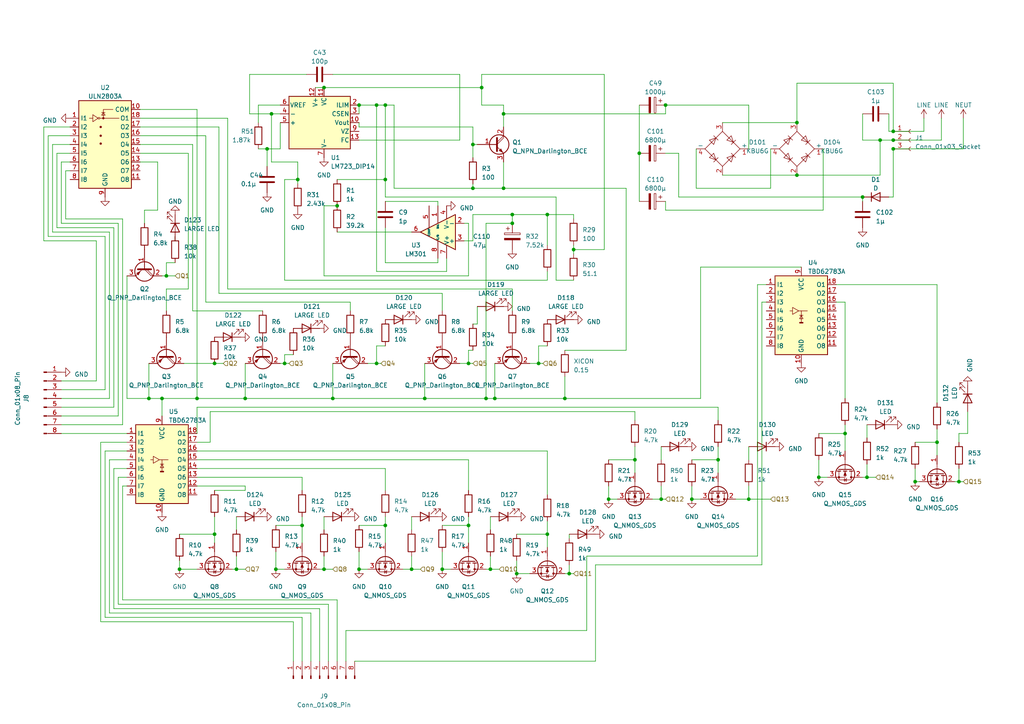
<source format=kicad_sch>
(kicad_sch (version 20230121) (generator eeschema)
  (paper "A4")
  (junction (at 135.89 105.41))
  (junction (at 259.08 38.1))
  (junction (at 149.86 166.37))
  (junction (at 158.75 62.23))
  (junction (at 259.08 43.18))
  (junction (at 148.59 64.77))
  (junction (at 111.76 152.4))
  (junction (at 146.05 33.02))
  (junction (at 166.37 72.39))
  (junction (at 163.83 115.57))
  (junction (at 217.17 144.78))
  (junction (at 46.99 115.57))
  (junction (at 62.23 105.41))
  (junction (at 62.23 154.94))
  (junction (at 146.05 54.61))
  (junction (at 87.63 152.4))
  (junction (at 140.97 115.57))
  (junction (at 191.77 144.78))
  (junction (at 231.14 35.56))
  (junction (at 231.14 50.8))
  (junction (at 71.12 115.57))
  (junction (at 97.79 59.69))
  (junction (at 109.22 105.41))
  (junction (at 142.24 165.1))
  (junction (at 137.16 54.61))
  (junction (at 109.22 30.48))
  (junction (at 43.18 115.57))
  (junction (at 156.21 105.41))
  (junction (at 135.89 152.4))
  (junction (at 137.16 41.91))
  (junction (at 265.43 139.7))
  (junction (at 158.75 154.94))
  (junction (at 57.15 115.57))
  (junction (at 139.7 25.4))
  (junction (at 93.98 25.4))
  (junction (at 259.08 40.64))
  (junction (at 245.11 125.73))
  (junction (at 111.76 52.07))
  (junction (at 68.58 165.1))
  (junction (at 250.19 57.15))
  (junction (at 104.14 165.1))
  (junction (at 104.14 30.48))
  (junction (at 184.15 133.35))
  (junction (at 185.42 44.45))
  (junction (at 193.04 30.48))
  (junction (at 200.66 144.78))
  (junction (at 237.49 138.43))
  (junction (at 148.59 62.23))
  (junction (at 80.01 165.1))
  (junction (at 128.27 165.1))
  (junction (at 93.98 165.1))
  (junction (at 82.55 105.41))
  (junction (at 96.52 115.57))
  (junction (at 278.13 139.7))
  (junction (at 52.07 165.1))
  (junction (at 77.47 43.18))
  (junction (at 165.1 166.37))
  (junction (at 111.76 30.48))
  (junction (at 255.27 40.64))
  (junction (at 86.36 52.07))
  (junction (at 251.46 138.43))
  (junction (at 78.74 33.02))
  (junction (at 143.51 115.57))
  (junction (at 48.26 80.01))
  (junction (at 123.19 115.57))
  (junction (at 176.53 144.78))
  (junction (at 271.78 128.27))
  (junction (at 119.38 165.1))
  (junction (at 208.28 133.35))
  (wire (pts (xy 55.88 41.91) (xy 55.88 90.17)))
  (wire (pts (xy 85.09 102.87) (xy 82.55 102.87)))
  (wire (pts (xy 36.83 135.89) (xy 33.02 135.89)))
  (wire (pts (xy 166.37 62.23) (xy 166.37 63.5)))
  (wire (pts (xy 161.29 81.28) (xy 161.29 57.15)))
  (wire (pts (xy 251.46 138.43) (xy 254 138.43)))
  (wire (pts (xy 68.58 149.86) (xy 68.58 153.67)))
  (wire (pts (xy 267.97 38.1) (xy 259.08 38.1)))
  (wire (pts (xy 242.57 87.63) (xy 245.11 87.63)))
  (wire (pts (xy 158.75 62.23) (xy 166.37 62.23)))
  (wire (pts (xy 35.56 173.99) (xy 97.79 173.99)))
  (wire (pts (xy 278.13 125.73) (xy 278.13 128.27)))
  (wire (pts (xy 217.17 129.54) (xy 217.17 133.35)))
  (wire (pts (xy 176.53 133.35) (xy 184.15 133.35)))
  (wire (pts (xy 82.55 52.07) (xy 82.55 81.28)))
  (wire (pts (xy 36.83 128.27) (xy 29.21 128.27)))
  (wire (pts (xy 109.22 105.41) (xy 106.68 105.41)))
  (wire (pts (xy 15.24 41.91) (xy 15.24 67.31)))
  (wire (pts (xy 29.21 180.34) (xy 85.09 180.34)))
  (wire (pts (xy 238.76 43.18) (xy 238.76 60.96)))
  (wire (pts (xy 27.94 69.85) (xy 27.94 110.49)))
  (wire (pts (xy 175.26 72.39) (xy 166.37 72.39)))
  (wire (pts (xy 36.83 138.43) (xy 34.29 138.43)))
  (wire (pts (xy 242.57 82.55) (xy 271.78 82.55)))
  (wire (pts (xy 208.28 133.35) (xy 208.28 137.16)))
  (wire (pts (xy 208.28 129.54) (xy 208.28 133.35)))
  (wire (pts (xy 193.04 30.48) (xy 193.04 33.02)))
  (wire (pts (xy 231.14 50.8) (xy 255.27 50.8)))
  (wire (pts (xy 278.13 139.7) (xy 276.86 139.7)))
  (wire (pts (xy 265.43 139.7) (xy 266.7 139.7)))
  (wire (pts (xy 82.55 102.87) (xy 82.55 105.41)))
  (wire (pts (xy 148.59 64.77) (xy 140.97 64.77)))
  (wire (pts (xy 172.72 163.83) (xy 172.72 191.77)))
  (wire (pts (xy 111.76 152.4) (xy 111.76 157.48)))
  (wire (pts (xy 137.16 41.91) (xy 137.16 45.72)))
  (wire (pts (xy 20.32 36.83) (xy 12.7 36.83)))
  (wire (pts (xy 142.24 149.86) (xy 142.24 153.67)))
  (wire (pts (xy 93.98 165.1) (xy 92.71 165.1)))
  (wire (pts (xy 104.14 160.02) (xy 104.14 165.1)))
  (wire (pts (xy 52.07 165.1) (xy 52.07 162.56)))
  (wire (pts (xy 46.99 115.57) (xy 43.18 115.57)))
  (wire (pts (xy 66.04 34.29) (xy 66.04 83.82)))
  (wire (pts (xy 86.36 46.99) (xy 86.36 52.07)))
  (wire (pts (xy 12.7 69.85) (xy 27.94 69.85)))
  (wire (pts (xy 57.15 115.57) (xy 46.99 115.57)))
  (wire (pts (xy 40.64 31.75) (xy 57.15 31.75)))
  (wire (pts (xy 146.05 30.48) (xy 146.05 33.02)))
  (wire (pts (xy 59.69 87.63) (xy 101.6 87.63)))
  (wire (pts (xy 111.76 58.42) (xy 127 58.42)))
  (wire (pts (xy 172.72 191.77) (xy 102.87 191.77)))
  (wire (pts (xy 279.4 34.29) (xy 279.4 43.18)))
  (wire (pts (xy 203.2 115.57) (xy 163.83 115.57)))
  (wire (pts (xy 129.54 74.93) (xy 129.54 78.74)))
  (wire (pts (xy 71.12 105.41) (xy 71.12 115.57)))
  (wire (pts (xy 97.79 52.07) (xy 111.76 52.07)))
  (wire (pts (xy 60.96 119.38) (xy 184.15 119.38)))
  (wire (pts (xy 165.1 166.37) (xy 163.83 166.37)))
  (wire (pts (xy 30.48 113.03) (xy 17.78 113.03)))
  (wire (pts (xy 175.26 21.59) (xy 175.26 72.39)))
  (wire (pts (xy 96.52 115.57) (xy 123.19 115.57)))
  (wire (pts (xy 119.38 161.29) (xy 119.38 165.1)))
  (wire (pts (xy 48.26 80.01) (xy 46.99 80.01)))
  (wire (pts (xy 35.56 140.97) (xy 36.83 140.97)))
  (wire (pts (xy 157.48 105.41) (xy 156.21 105.41)))
  (wire (pts (xy 109.22 78.74) (xy 129.54 78.74)))
  (wire (pts (xy 137.16 105.41) (xy 135.89 105.41)))
  (wire (pts (xy 35.56 140.97) (xy 35.56 173.99)))
  (wire (pts (xy 170.18 161.29) (xy 219.71 161.29)))
  (wire (pts (xy 119.38 165.1) (xy 116.84 165.1)))
  (wire (pts (xy 176.53 140.97) (xy 176.53 144.78)))
  (wire (pts (xy 17.78 46.99) (xy 17.78 64.77)))
  (wire (pts (xy 96.52 165.1) (xy 93.98 165.1)))
  (wire (pts (xy 158.75 62.23) (xy 158.75 71.12)))
  (wire (pts (xy 81.28 30.48) (xy 74.93 30.48)))
  (wire (pts (xy 57.15 133.35) (xy 135.89 133.35)))
  (wire (pts (xy 104.14 36.83) (xy 104.14 35.56)))
  (wire (pts (xy 27.94 110.49) (xy 17.78 110.49)))
  (wire (pts (xy 111.76 30.48) (xy 114.3 30.48)))
  (wire (pts (xy 201.93 43.18) (xy 201.93 54.61)))
  (wire (pts (xy 50.8 80.01) (xy 48.26 80.01)))
  (wire (pts (xy 148.59 62.23) (xy 148.59 64.77)))
  (wire (pts (xy 191.77 129.54) (xy 191.77 133.35)))
  (wire (pts (xy 50.8 76.2) (xy 48.26 76.2)))
  (wire (pts (xy 217.17 144.78) (xy 213.36 144.78)))
  (wire (pts (xy 48.26 76.2) (xy 48.26 80.01)))
  (wire (pts (xy 33.02 66.04) (xy 33.02 118.11)))
  (wire (pts (xy 59.69 39.37) (xy 59.69 87.63)))
  (wire (pts (xy 219.71 82.55) (xy 222.25 82.55)))
  (wire (pts (xy 20.32 39.37) (xy 13.97 39.37)))
  (wire (pts (xy 278.13 125.73) (xy 280.67 125.73)))
  (wire (pts (xy 137.16 69.85) (xy 134.62 69.85)))
  (wire (pts (xy 166.37 71.12) (xy 166.37 72.39)))
  (wire (pts (xy 200.66 140.97) (xy 200.66 144.78)))
  (wire (pts (xy 40.64 44.45) (xy 54.61 44.45)))
  (wire (pts (xy 135.89 133.35) (xy 135.89 142.24)))
  (wire (pts (xy 114.3 30.48) (xy 114.3 54.61)))
  (wire (pts (xy 184.15 129.54) (xy 184.15 133.35)))
  (wire (pts (xy 30.48 68.58) (xy 30.48 113.03)))
  (wire (pts (xy 16.51 66.04) (xy 33.02 66.04)))
  (wire (pts (xy 40.64 41.91) (xy 55.88 41.91)))
  (wire (pts (xy 222.25 87.63) (xy 220.98 87.63)))
  (wire (pts (xy 31.75 115.57) (xy 17.78 115.57)))
  (wire (pts (xy 231.14 24.13) (xy 231.14 35.56)))
  (wire (pts (xy 45.72 46.99) (xy 45.72 60.96)))
  (wire (pts (xy 156.21 105.41) (xy 153.67 105.41)))
  (wire (pts (xy 12.7 36.83) (xy 12.7 69.85)))
  (wire (pts (xy 55.88 90.17) (xy 76.2 90.17)))
  (wire (pts (xy 139.7 25.4) (xy 139.7 30.48)))
  (wire (pts (xy 271.78 82.55) (xy 271.78 116.84)))
  (wire (pts (xy 96.52 115.57) (xy 71.12 115.57)))
  (wire (pts (xy 86.36 52.07) (xy 86.36 53.34)))
  (wire (pts (xy 165.1 163.83) (xy 165.1 166.37)))
  (wire (pts (xy 181.61 54.61) (xy 146.05 54.61)))
  (wire (pts (xy 245.11 125.73) (xy 245.11 130.81)))
  (wire (pts (xy 139.7 30.48) (xy 146.05 30.48)))
  (wire (pts (xy 17.78 120.65) (xy 34.29 120.65)))
  (wire (pts (xy 127 76.2) (xy 127 74.93)))
  (wire (pts (xy 217.17 43.18) (xy 217.17 30.48)))
  (wire (pts (xy 223.52 144.78) (xy 217.17 144.78)))
  (wire (pts (xy 184.15 133.35) (xy 184.15 137.16)))
  (wire (pts (xy 250.19 138.43) (xy 251.46 138.43)))
  (wire (pts (xy 209.55 50.8) (xy 231.14 50.8)))
  (wire (pts (xy 153.67 166.37) (xy 149.86 166.37)))
  (wire (pts (xy 19.05 49.53) (xy 19.05 63.5)))
  (wire (pts (xy 271.78 124.46) (xy 271.78 128.27)))
  (wire (pts (xy 114.3 54.61) (xy 137.16 54.61)))
  (wire (pts (xy 60.96 128.27) (xy 57.15 128.27)))
  (wire (pts (xy 138.43 41.91) (xy 137.16 41.91)))
  (wire (pts (xy 220.98 163.83) (xy 172.72 163.83)))
  (wire (pts (xy 78.74 46.99) (xy 86.36 46.99)))
  (wire (pts (xy 96.52 21.59) (xy 133.35 21.59)))
  (wire (pts (xy 100.33 191.77) (xy 100.33 182.88)))
  (wire (pts (xy 144.78 165.1) (xy 142.24 165.1)))
  (wire (pts (xy 78.74 33.02) (xy 78.74 46.99)))
  (wire (pts (xy 123.19 105.41) (xy 123.19 115.57)))
  (wire (pts (xy 161.29 81.28) (xy 166.37 81.28)))
  (wire (pts (xy 63.5 36.83) (xy 40.64 36.83)))
  (wire (pts (xy 237.49 125.73) (xy 245.11 125.73)))
  (wire (pts (xy 158.75 154.94) (xy 158.75 158.75)))
  (wire (pts (xy 135.89 64.77) (xy 135.89 80.01)))
  (wire (pts (xy 82.55 52.07) (xy 86.36 52.07)))
  (wire (pts (xy 57.15 118.11) (xy 208.28 118.11)))
  (wire (pts (xy 33.02 176.53) (xy 92.71 176.53)))
  (wire (pts (xy 100.33 182.88) (xy 170.18 182.88)))
  (wire (pts (xy 71.12 165.1) (xy 68.58 165.1)))
  (wire (pts (xy 111.76 76.2) (xy 127 76.2)))
  (wire (pts (xy 158.75 130.81) (xy 158.75 143.51)))
  (wire (pts (xy 101.6 87.63) (xy 101.6 90.17)))
  (wire (pts (xy 111.76 135.89) (xy 111.76 142.24)))
  (wire (pts (xy 255.27 50.8) (xy 255.27 40.64)))
  (wire (pts (xy 20.32 41.91) (xy 15.24 41.91)))
  (wire (pts (xy 19.05 49.53) (xy 20.32 49.53)))
  (wire (pts (xy 34.29 138.43) (xy 34.29 175.26)))
  (wire (pts (xy 109.22 30.48) (xy 111.76 30.48)))
  (wire (pts (xy 111.76 30.48) (xy 111.76 52.07)))
  (wire (pts (xy 52.07 154.94) (xy 62.23 154.94)))
  (wire (pts (xy 66.04 83.82) (xy 148.59 83.82)))
  (wire (pts (xy 68.58 165.1) (xy 67.31 165.1)))
  (wire (pts (xy 140.97 64.77) (xy 140.97 115.57)))
  (wire (pts (xy 54.61 44.45) (xy 54.61 83.82)))
  (wire (pts (xy 81.28 43.18) (xy 77.47 43.18)))
  (wire (pts (xy 250.19 57.15) (xy 250.19 58.42)))
  (wire (pts (xy 148.59 83.82) (xy 148.59 90.17)))
  (wire (pts (xy 80.01 165.1) (xy 82.55 165.1)))
  (wire (pts (xy 181.61 54.61) (xy 181.61 101.6)))
  (wire (pts (xy 104.14 165.1) (xy 106.68 165.1)))
  (wire (pts (xy 57.15 118.11) (xy 57.15 125.73)))
  (wire (pts (xy 149.86 166.37) (xy 149.86 162.56)))
  (wire (pts (xy 71.12 142.24) (xy 62.23 142.24)))
  (wire (pts (xy 80.01 160.02) (xy 80.01 165.1)))
  (wire (pts (xy 71.12 115.57) (xy 57.15 115.57)))
  (wire (pts (xy 92.71 176.53) (xy 92.71 191.77)))
  (wire (pts (xy 111.76 57.15) (xy 111.76 52.07)))
  (wire (pts (xy 36.83 80.01) (xy 36.83 115.57)))
  (wire (pts (xy 193.04 30.48) (xy 217.17 30.48)))
  (wire (pts (xy 31.75 177.8) (xy 90.17 177.8)))
  (wire (pts (xy 166.37 166.37) (xy 165.1 166.37)))
  (wire (pts (xy 16.51 44.45) (xy 16.51 66.04)))
  (wire (pts (xy 200.66 144.78) (xy 203.2 144.78)))
  (wire (pts (xy 259.08 57.15) (xy 257.81 57.15)))
  (wire (pts (xy 251.46 123.19) (xy 251.46 127)))
  (wire (pts (xy 135.89 105.41) (xy 133.35 105.41)))
  (wire (pts (xy 57.15 31.75) (xy 57.15 115.57)))
  (wire (pts (xy 146.05 46.99) (xy 146.05 54.61)))
  (wire (pts (xy 123.19 115.57) (xy 140.97 115.57)))
  (wire (pts (xy 77.47 43.18) (xy 77.47 48.26)))
  (wire (pts (xy 72.39 21.59) (xy 88.9 21.59)))
  (wire (pts (xy 57.15 140.97) (xy 71.12 140.97)))
  (wire (pts (xy 93.98 25.4) (xy 139.7 25.4)))
  (wire (pts (xy 191.77 140.97) (xy 191.77 144.78)))
  (wire (pts (xy 81.28 35.56) (xy 81.28 43.18)))
  (wire (pts (xy 80.01 152.4) (xy 87.63 152.4)))
  (wire (pts (xy 142.24 165.1) (xy 140.97 165.1)))
  (wire (pts (xy 91.44 25.4) (xy 93.98 25.4)))
  (wire (pts (xy 176.53 144.78) (xy 179.07 144.78)))
  (wire (pts (xy 196.85 57.15) (xy 196.85 44.45)))
  (wire (pts (xy 185.42 30.48) (xy 185.42 44.45)))
  (wire (pts (xy 279.4 43.18) (xy 259.08 43.18)))
  (wire (pts (xy 104.14 30.48) (xy 109.22 30.48)))
  (wire (pts (xy 251.46 134.62) (xy 251.46 138.43)))
  (wire (pts (xy 31.75 133.35) (xy 31.75 177.8)))
  (wire (pts (xy 158.75 100.33) (xy 156.21 100.33)))
  (wire (pts (xy 158.75 151.13) (xy 158.75 154.94)))
  (wire (pts (xy 104.14 30.48) (xy 104.14 33.02)))
  (wire (pts (xy 36.83 115.57) (xy 43.18 115.57)))
  (wire (pts (xy 156.21 100.33) (xy 156.21 105.41)))
  (wire (pts (xy 15.24 67.31) (xy 31.75 67.31)))
  (wire (pts (xy 137.16 36.83) (xy 104.14 36.83)))
  (wire (pts (xy 90.17 177.8) (xy 90.17 191.77)))
  (wire (pts (xy 93.98 161.29) (xy 93.98 165.1)))
  (wire (pts (xy 193.04 60.96) (xy 238.76 60.96)))
  (wire (pts (xy 111.76 100.33) (xy 109.22 100.33)))
  (wire (pts (xy 255.27 40.64) (xy 250.19 40.64)))
  (wire (pts (xy 33.02 135.89) (xy 33.02 176.53)))
  (wire (pts (xy 33.02 118.11) (xy 17.78 118.11)))
  (wire (pts (xy 111.76 66.04) (xy 111.76 76.2)))
  (wire (pts (xy 35.56 63.5) (xy 35.56 123.19)))
  (wire (pts (xy 217.17 140.97) (xy 217.17 144.78)))
  (wire (pts (xy 200.66 133.35) (xy 208.28 133.35)))
  (wire (pts (xy 111.76 57.15) (xy 161.29 57.15)))
  (wire (pts (xy 148.59 62.23) (xy 158.75 62.23)))
  (wire (pts (xy 184.15 119.38) (xy 184.15 121.92)))
  (wire (pts (xy 110.49 105.41) (xy 109.22 105.41)))
  (wire (pts (xy 193.04 144.78) (xy 191.77 144.78)))
  (wire (pts (xy 193.04 44.45) (xy 196.85 44.45)))
  (wire (pts (xy 165.1 154.94) (xy 165.1 156.21)))
  (wire (pts (xy 19.05 63.5) (xy 35.56 63.5)))
  (wire (pts (xy 43.18 115.57) (xy 43.18 105.41)))
  (wire (pts (xy 250.19 40.64) (xy 250.19 33.02)))
  (wire (pts (xy 109.22 30.48) (xy 109.22 78.74)))
  (wire (pts (xy 17.78 46.99) (xy 20.32 46.99)))
  (wire (pts (xy 185.42 44.45) (xy 185.42 58.42)))
  (wire (pts (xy 166.37 72.39) (xy 166.37 73.66)))
  (wire (pts (xy 127 58.42) (xy 127 59.69)))
  (wire (pts (xy 57.15 138.43) (xy 87.63 138.43)))
  (wire (pts (xy 62.23 154.94) (xy 62.23 157.48)))
  (wire (pts (xy 223.52 43.18) (xy 223.52 54.61)))
  (wire (pts (xy 257.81 38.1) (xy 259.08 38.1)))
  (wire (pts (xy 142.24 161.29) (xy 142.24 165.1)))
  (wire (pts (xy 95.25 175.26) (xy 95.25 191.77)))
  (wire (pts (xy 163.83 115.57) (xy 143.51 115.57)))
  (wire (pts (xy 273.05 34.29) (xy 273.05 40.64)))
  (wire (pts (xy 109.22 100.33) (xy 109.22 105.41)))
  (wire (pts (xy 96.52 105.41) (xy 96.52 115.57)))
  (wire (pts (xy 31.75 67.31) (xy 31.75 115.57)))
  (wire (pts (xy 237.49 138.43) (xy 240.03 138.43)))
  (wire (pts (xy 135.89 101.6) (xy 135.89 105.41)))
  (wire (pts (xy 83.82 105.41) (xy 82.55 105.41)))
  (wire (pts (xy 30.48 179.07) (xy 87.63 179.07)))
  (wire (pts (xy 133.35 21.59) (xy 133.35 40.64)))
  (wire (pts (xy 97.79 173.99) (xy 97.79 191.77)))
  (wire (pts (xy 17.78 123.19) (xy 35.56 123.19)))
  (wire (pts (xy 13.97 68.58) (xy 30.48 68.58)))
  (wire (pts (xy 104.14 152.4) (xy 111.76 152.4)))
  (wire (pts (xy 82.55 105.41) (xy 81.28 105.41)))
  (wire (pts (xy 57.15 130.81) (xy 158.75 130.81)))
  (wire (pts (xy 219.71 161.29) (xy 219.71 82.55)))
  (wire (pts (xy 87.63 149.86) (xy 87.63 152.4)))
  (wire (pts (xy 36.83 130.81) (xy 30.48 130.81)))
  (wire (pts (xy 259.08 24.13) (xy 231.14 24.13)))
  (wire (pts (xy 250.19 57.15) (xy 196.85 57.15)))
  (wire (pts (xy 259.08 38.1) (xy 259.08 24.13)))
  (wire (pts (xy 193.04 60.96) (xy 193.04 58.42)))
  (wire (pts (xy 40.64 34.29) (xy 66.04 34.29)))
  (wire (pts (xy 36.83 133.35) (xy 31.75 133.35)))
  (wire (pts (xy 40.64 46.99) (xy 45.72 46.99)))
  (wire (pts (xy 191.77 144.78) (xy 189.23 144.78)))
  (wire (pts (xy 87.63 179.07) (xy 87.63 191.77)))
  (wire (pts (xy 57.15 165.1) (xy 52.07 165.1)))
  (wire (pts (xy 63.5 85.09) (xy 128.27 85.09)))
  (wire (pts (xy 54.61 83.82) (xy 48.26 83.82)))
  (wire (pts (xy 133.35 40.64) (xy 104.14 40.64)))
  (wire (pts (xy 271.78 128.27) (xy 271.78 132.08)))
  (wire (pts (xy 135.89 149.86) (xy 135.89 152.4)))
  (wire (pts (xy 223.52 54.61) (xy 201.93 54.61)))
  (wire (pts (xy 64.77 105.41) (xy 62.23 105.41)))
  (wire (pts (xy 137.16 54.61) (xy 146.05 54.61)))
  (wire (pts (xy 279.4 139.7) (xy 278.13 139.7)))
  (wire (pts (xy 77.47 43.18) (xy 74.93 43.18)))
  (wire (pts (xy 119.38 149.86) (xy 119.38 153.67)))
  (wire (pts (xy 46.99 115.57) (xy 46.99 120.65)))
  (wire (pts (xy 135.89 80.01) (xy 93.98 80.01)))
  (wire (pts (xy 135.89 152.4) (xy 135.89 157.48)))
  (wire (pts (xy 30.48 130.81) (xy 30.48 179.07)))
  (wire (pts (xy 259.08 43.18) (xy 259.08 57.15)))
  (wire (pts (xy 57.15 135.89) (xy 111.76 135.89)))
  (wire (pts (xy 278.13 135.89) (xy 278.13 139.7)))
  (wire (pts (xy 265.43 135.89) (xy 265.43 139.7)))
  (wire (pts (xy 137.16 62.23) (xy 137.16 69.85)))
  (wire (pts (xy 140.97 115.57) (xy 143.51 115.57)))
  (wire (pts (xy 40.64 39.37) (xy 59.69 39.37)))
  (wire (pts (xy 203.2 77.47) (xy 232.41 77.47)))
  (wire (pts (xy 41.91 60.96) (xy 41.91 64.77)))
  (wire (pts (xy 17.78 125.73) (xy 36.83 125.73)))
  (wire (pts (xy 237.49 133.35) (xy 237.49 138.43)))
  (wire (pts (xy 16.51 44.45) (xy 20.32 44.45)))
  (wire (pts (xy 121.92 165.1) (xy 119.38 165.1)))
  (wire (pts (xy 273.05 40.64) (xy 259.08 40.64)))
  (wire (pts (xy 146.05 33.02) (xy 146.05 36.83)))
  (wire (pts (xy 265.43 128.27) (xy 271.78 128.27)))
  (wire (pts (xy 63.5 36.83) (xy 63.5 85.09)))
  (wire (pts (xy 62.23 149.86) (xy 62.23 154.94)))
  (wire (pts (xy 203.2 77.47) (xy 203.2 115.57)))
  (wire (pts (xy 97.79 67.31) (xy 119.38 67.31)))
  (wire (pts (xy 209.55 35.56) (xy 231.14 35.56)))
  (wire (pts (xy 170.18 182.88) (xy 170.18 161.29)))
  (wire (pts (xy 128.27 165.1) (xy 130.81 165.1)))
  (wire (pts (xy 68.58 161.29) (xy 68.58 165.1)))
  (wire (pts (xy 128.27 152.4) (xy 135.89 152.4)))
  (wire (pts (xy 93.98 80.01) (xy 93.98 59.69)))
  (wire (pts (xy 139.7 21.59) (xy 175.26 21.59)))
  (wire (pts (xy 143.51 105.41) (xy 143.51 115.57)))
  (wire (pts (xy 50.8 69.85) (xy 50.8 68.58)))
  (wire (pts (xy 137.16 62.23) (xy 148.59 62.23)))
  (wire (pts (xy 87.63 152.4) (xy 87.63 157.48)))
  (wire (pts (xy 34.29 64.77) (xy 34.29 120.65)))
  (wire (pts (xy 128.27 85.09) (xy 128.27 90.17)))
  (wire (pts (xy 29.21 128.27) (xy 29.21 180.34)))
  (wire (pts (xy 245.11 87.63) (xy 245.11 115.57)))
  (wire (pts (xy 267.97 34.29) (xy 267.97 38.1)))
  (wire (pts (xy 74.93 30.48) (xy 74.93 35.56)))
  (wire (pts (xy 48.26 83.82) (xy 48.26 90.17)))
  (wire (pts (xy 87.63 138.43) (xy 87.63 142.24)))
  (wire (pts (xy 138.43 93.98) (xy 138.43 88.9)))
  (wire (pts (xy 137.16 54.61) (xy 137.16 53.34)))
  (wire (pts (xy 93.98 149.86) (xy 93.98 153.67)))
  (wire (pts (xy 78.74 33.02) (xy 72.39 33.02)))
  (wire (pts (xy 257.81 38.1) (xy 257.81 33.02)))
  (wire (pts (xy 255.27 40.64) (xy 259.08 40.64)))
  (wire (pts (xy 137.16 101.6) (xy 135.89 101.6)))
  (wire (pts (xy 81.28 33.02) (xy 78.74 33.02)))
  (wire (pts (xy 71.12 140.97) (xy 71.12 142.24)))
  (wire (pts (xy 34.29 175.26) (xy 95.25 175.26)))
  (wire (pts (xy 111.76 149.86) (xy 111.76 152.4)))
  (wire (pts (xy 163.83 101.6) (xy 181.61 101.6)))
  (wire (pts (xy 60.96 119.38) (xy 60.96 128.27)))
  (wire (pts (xy 208.28 118.11) (xy 208.28 121.92)))
  (wire (pts (xy 72.39 33.02) (xy 72.39 21.59)))
  (wire (pts (xy 137.16 93.98) (xy 138.43 93.98)))
  (wire (pts (xy 280.67 125.73) (xy 280.67 119.38)))
  (wire (pts (xy 158.75 81.28) (xy 158.75 78.74)))
  (wire (pts (xy 163.83 109.22) (xy 163.83 115.57)))
  (wire (pts (xy 137.16 36.83) (xy 137.16 41.91)))
  (wire (pts (xy 85.09 180.34) (xy 85.09 191.77)))
  (wire (pts (xy 17.78 64.77) (xy 34.29 64.77)))
  (wire (pts (xy 220.98 87.63) (xy 220.98 163.83)))
  (wire (pts (xy 13.97 39.37) (xy 13.97 68.58)))
  (wire (pts (xy 128.27 160.02) (xy 128.27 165.1)))
  (wire (pts (xy 53.34 105.41) (xy 62.23 105.41)))
  (wire (pts (xy 139.7 25.4) (xy 139.7 21.59)))
  (wire (pts (xy 149.86 154.94) (xy 158.75 154.94)))
  (wire (pts (xy 82.55 81.28) (xy 158.75 81.28)))
  (wire (pts (xy 93.98 59.69) (xy 97.79 59.69)))
  (wire (pts (xy 193.04 33.02) (xy 146.05 33.02)))
  (wire (pts (xy 134.62 64.77) (xy 135.89 64.77)))
  (wire (pts (xy 245.11 123.19) (xy 245.11 125.73)))
  (wire (pts (xy 45.72 60.96) (xy 41.91 60.96)))
  (hierarchical_label "Q13" (shape input) (at 223.52 144.78 0))
  (hierarchical_label "Q1" (shape input) (at 50.8 80.01 0))
  (hierarchical_label "Q10" (shape input) (at 144.78 165.1 0))
  (hierarchical_label "Q2" (shape input) (at 64.77 105.41 0))
  (hierarchical_label "Q4" (shape input) (at 110.49 105.41 0))
  (hierarchical_label "Q11" (shape input) (at 166.37 166.37 0))
  (hierarchical_label "Q12" (shape input) (at 193.04 144.78 0))
  (hierarchical_label "Q8" (shape input) (at 96.52 165.1 0))
  (hierarchical_label "Q15" (shape input) (at 279.4 139.7 0))
  (hierarchical_label "Q14" (shape input) (at 254 138.43 0))
  (hierarchical_label "Q9" (shape input) (at 121.92 165.1 0))
  (hierarchical_label "Q7" (shape input) (at 71.12 165.1 0))
  (hierarchical_label "Q3" (shape input) (at 83.82 105.41 0))
  (hierarchical_label "Q5" (shape input) (at 137.16 105.41 0))
  (hierarchical_label "Q6" (shape input) (at 157.48 105.41 0))
  (symbol (lib_id "Device:LED") (at 50.8 66.04 270) (unit 1)
    (property "Reference" "D123" (at 53.34 63.8175 90) (effects (justify left)))
    (property "Value" "LARGE LED" (at 53.34 66.3575 90) (effects (justify left)))
  )
  (symbol (lib_id "power:GND") (at 17.78 107.95 90) (unit 1)
    (property "Reference" "#PWR029" (effects hide))
    (property "Value" "GND" (at 21.59 108.585 90) (effects (justify right)))
  )
  (symbol (lib_id "Device:Q_NMOS_GDS") (at 135.89 162.56 270) (unit 1)
    (property "Reference" "Q11" (at 135.89 170.18 90))
    (property "Value" "Q_NMOS_GDS" (at 135.89 172.72 90))
    (instances (project "IntelliMate" (path "" (reference "Q11") (unit 1)) (path "" (reference "Q7") (unit 1)) (path "" (reference "Q7") (unit 1))))
  )
  (symbol (lib_id "Device:R") (at 87.63 146.05 0) (unit 1)
    (property "Reference" "R12" (at 90.17 145.415 0) (effects (justify left)))
    (property "Value" "4.7k" (at 90.17 147.955 0) (effects (justify left)))
    (instances (project "IntelliMate" (path "" (reference "R12") (unit 1)) (path "" (reference "R4") (unit 1)) (path "" (reference "R4") (unit 1))))
  )
  (symbol (lib_id "power:GND") (at 93.98 45.72 0) (unit 1)
    (property "Reference" "#PWR04" (effects hide))
    (property "Value" "GND" (at 93.98 50.8 0))
  )
  (symbol (lib_id "power:GND") (at 92.71 95.25 90) (unit 1)
    (property "Reference" "#PWR037" (effects hide))
    (property "Value" "GND" (at 96.52 95.885 90) (effects (justify right)))
  )
  (symbol (lib_id "Device:R") (at 97.79 55.88 0) (unit 1)
    (property "Reference" "R1" (at 100.33 55.245 0) (effects (justify left)))
    (property "Value" "1k" (at 100.33 57.785 0) (effects (justify left)))
    (instances (project "IntelliMate" (path "" (reference "R1") (unit 1)) (path "" (reference "R14") (unit 1))))
  )
  (symbol (lib_id "power:GND") (at 199.39 129.54 90) (unit 1)
    (property "Reference" "#PWR045" (effects hide))
    (property "Value" "GND" (at 203.2 130.175 90) (effects (justify right)))
  )
  (symbol (lib_id "Device:LED") (at 162.56 92.71 180) (unit 1)
    (property "Reference" "D118" (at 164.1475 86.36 0))
    (property "Value" "LARGE LED" (at 164.1475 88.9 0))
  )
  (symbol (lib_id "Transistor_Array:ULN2803A") (at 30.48 39.37 0) (unit 1)
    (property "Reference" "U2" (at 30.48 25.4 0))
    (property "Value" "ULN2803A" (at 30.48 27.94 0))
    (property "Datasheet" "http://www.ti.com/lit/ds/symlink/uln2803a.pdf" (effects hide))
    (instances (project "IntelliMate" (path "" (reference "U2") (unit 1)) (path "" (reference "U1") (unit 1))))
  )
  (symbol (lib_id "power:GND") (at 30.48 57.15 0) (unit 1)
    (property "Reference" "#PWR011" (effects hide))
    (property "Value" "GND" (effects hide))
    (instances (project "IntelliMate" (path "" (reference "#PWR011") (unit 1)) (path "" (reference "#PWR023") (unit 1))))
  )
  (symbol (lib_id "Device:C_Polarized") (at 189.23 58.42 270) (unit 1)
    (property "Reference" "C110" (at 190.119 52.07 90))
    (property "Value" "6800µ" (at 190.119 54.61 90))
    (instances (project "IntelliMate" (path "" (reference "C110") (unit 1)) (path "" (reference "C6") (unit 1))))
  )
  (symbol (lib_id "power:GND") (at 176.53 144.78 0) (unit 1)
    (property "Reference" "#PWR017" (effects hide))
    (property "Value" "GND" (at 176.53 149.86 0))
  )
  (symbol (lib_id "Device:R") (at 119.38 157.48 0) (unit 1)
    (property "Reference" "R47" (at 121.92 156.845 0) (effects (justify left)))
    (property "Value" "1k" (at 121.92 159.385 0) (effects (justify left)))
  )
  (symbol (lib_id "Device:R") (at 149.86 158.75 0) (unit 1)
    (property "Reference" "R19" (at 152.4 158.115 0) (effects (justify left)))
    (property "Value" "4.7k" (at 152.4 160.655 0) (effects (justify left)))
    (instances (project "IntelliMate" (path "" (reference "R19") (unit 1)) (path "" (reference "R17") (unit 1)) (path "" (reference "R17") (unit 1))))
  )
  (symbol (lib_id "Device:C") (at 92.71 21.59 90) (unit 1)
    (property "Reference" "C43" (at 92.71 15.24 90))
    (property "Value" "100p" (at 92.71 17.78 90))
    (instances (project "IntelliMate" (path "" (reference "C43") (unit 1)) (path "" (reference "C3") (unit 1))))
  )
  (symbol (lib_id "Device:LED") (at 88.9 95.25 180) (unit 1)
    (property "Reference" "D121" (at 90.4875 88.9 0))
    (property "Value" "LARGE LED" (at 90.4875 91.44 0))
  )
  (symbol (lib_id "Device:Q_NMOS_GDS") (at 271.78 137.16 270) (unit 1)
    (property "Reference" "Q16" (at 271.78 144.78 90))
    (property "Value" "Q_NMOS_GDS" (at 271.78 147.32 90))
  )
  (symbol (lib_id "power:GND") (at 77.47 55.88 0) (unit 1)
    (property "Reference" "#PWR07" (effects hide))
    (property "Value" "GND" (at 77.47 60.96 0))
    (instances (project "IntelliMate" (path "" (reference "#PWR07") (unit 1)) (path "" (reference "#PWR03") (unit 1))))
  )
  (symbol (lib_id "Diode_Bridge:KBU6G") (at 209.55 43.18 0) (unit 1)
    (property "Reference" "D101" (at 219.71 41.2497 0))
    (property "Value" "KBU6G" (at 219.71 43.7897 0))
    (property "Footprint" "Diode_THT:Diode_Bridge_Vishay_KBU" (effects hide))
    (property "Datasheet" "http://www.vishay.com/docs/88656/kbu6.pdf" (effects hide))
    (instances (project "IntelliMate" (path "" (reference "D101") (unit 1)) (path "" (reference "D1") (unit 1))))
  )
  (symbol (lib_id "Device:R") (at 191.77 137.16 0) (unit 1)
    (property "Reference" "R50" (at 194.31 136.525 0) (effects (justify left)))
    (property "Value" "1k" (at 194.31 139.065 0) (effects (justify left)))
  )
  (symbol (lib_id "Device:R") (at 251.46 130.81 0) (unit 1)
    (property "Reference" "R52" (at 254 130.175 0) (effects (justify left)))
    (property "Value" "1k" (at 254 132.715 0) (effects (justify left)))
  )
  (symbol (lib_id "Device:R") (at 158.75 147.32 0) (unit 1)
    (property "Reference" "R18" (at 161.29 146.685 0) (effects (justify left)))
    (property "Value" "4.7k" (at 161.29 149.225 0) (effects (justify left)))
    (instances (project "IntelliMate" (path "" (reference "R18") (unit 1)) (path "" (reference "R16") (unit 1)) (path "" (reference "R16") (unit 1))))
  )
  (symbol (lib_id "Device:R") (at 68.58 157.48 0) (unit 1)
    (property "Reference" "R39" (at 71.12 156.845 0) (effects (justify left)))
    (property "Value" "1k" (at 71.12 159.385 0) (effects (justify left)))
  )
  (symbol (lib_id "power:GND") (at 76.2 149.86 90) (unit 1)
    (property "Reference" "#PWR040" (effects hide))
    (property "Value" "GND" (at 80.01 150.495 90) (effects (justify right)))
  )
  (symbol (lib_id "power:GND") (at 129.54 59.69 90) (unit 1)
    (property "Reference" "#PWR05" (effects hide))
    (property "Value" "GND" (at 133.35 60.325 90) (effects (justify right)))
  )
  (symbol (lib_id "Device:R") (at 85.09 99.06 0) (unit 1)
    (property "Reference" "R36" (at 87.63 98.425 0) (effects (justify left)))
    (property "Value" "10k" (at 87.63 100.965 0) (effects (justify left)))
  )
  (symbol (lib_id "power:GND") (at 52.07 165.1 0) (unit 1)
    (property "Reference" "#PWR012" (effects hide))
    (property "Value" "GND" (at 52.07 170.18 0))
  )
  (symbol (lib_id "Device:LED") (at 115.57 92.71 180) (unit 1)
    (property "Reference" "D120" (at 117.1575 86.36 0))
    (property "Value" "LARGE LED" (at 117.1575 88.9 0))
  )
  (symbol (lib_id "Device:Q_PNP_Darlington_BCE") (at 148.59 102.87 270) (unit 1)
    (property "Reference" "Q7" (at 148.59 109.22 90))
    (property "Value" "Q_PNP_Darlington_BCE" (at 148.59 111.76 90))
    (instances (project "IntelliMate" (path "" (reference "Q7") (unit 1)) (path "" (reference "Q13") (unit 1))))
  )
  (symbol (lib_id "power:GND") (at 259.08 123.19 90) (unit 1)
    (property "Reference" "#PWR047" (effects hide))
    (property "Value" "GND" (at 262.89 123.825 90) (effects (justify right)))
  )
  (symbol (lib_id "power:GND") (at 149.86 149.86 90) (unit 1)
    (property "Reference" "#PWR043" (effects hide))
    (property "Value" "GND" (at 153.67 150.495 90) (effects (justify right)))
  )
  (symbol (lib_id "Device:R") (at 52.07 158.75 0) (unit 1)
    (property "Reference" "R10" (at 54.61 158.115 0) (effects (justify left)))
    (property "Value" "4.7k" (at 54.61 160.655 0) (effects (justify left)))
    (instances (project "IntelliMate" (path "" (reference "R10") (unit 1)) (path "" (reference "R3") (unit 1)) (path "" (reference "R3") (unit 1))))
  )
  (symbol (lib_id "Connector:Conn_01x08_Pin") (at 12.7 115.57 0) (unit 1)
    (property "Reference" "J8" (at 7.62 115.57 90))
    (property "Value" "Conn_01x08_Pin" (at 5.08 115.57 90))
  )
  (symbol (lib_id "Device:Q_NMOS_GDS") (at 111.76 162.56 270) (unit 1)
    (property "Reference" "Q10" (at 111.76 170.18 90))
    (property "Value" "Q_NMOS_GDS" (at 111.76 172.72 90))
    (instances (project "IntelliMate" (path "" (reference "Q10") (unit 1)) (path "" (reference "Q5") (unit 1)) (path "" (reference "Q5") (unit 1))))
  )
  (symbol (lib_id "power:GND") (at 20.32 34.29 270) (unit 1)
    (property "Reference" "#PWR010" (effects hide))
    (property "Value" "GND" (at 16.51 34.925 90) (effects (justify right)))
    (instances (project "IntelliMate" (path "" (reference "#PWR010") (unit 1)) (path "" (reference "#PWR01") (unit 1))))
  )
  (symbol (lib_id "Device:R") (at 111.76 96.52 0) (unit 1)
    (property "Reference" "R35" (at 114.3 95.885 0) (effects (justify left)))
    (property "Value" "10k" (at 114.3 98.425 0) (effects (justify left)))
  )
  (symbol (lib_id "Device:R") (at 111.76 146.05 0) (unit 1)
    (property "Reference" "R14" (at 114.3 145.415 0) (effects (justify left)))
    (property "Value" "4.7k" (at 114.3 147.955 0) (effects (justify left)))
    (instances (project "IntelliMate" (path "" (reference "R14") (unit 1)) (path "" (reference "R7") (unit 1)) (path "" (reference "R7") (unit 1))))
  )
  (symbol (lib_id "Device:Q_PNP_Darlington_BCE") (at 101.6 102.87 270) (unit 1)
    (property "Reference" "Q5" (at 101.6 109.22 90))
    (property "Value" "Q_PNP_Darlington_BCE" (at 101.6 111.76 90))
    (instances (project "IntelliMate" (path "" (reference "Q5") (unit 1)) (path "" (reference "Q8") (unit 1))))
  )
  (symbol (lib_id "Device:R") (at 50.8 72.39 0) (unit 1)
    (property "Reference" "R38" (at 53.34 71.755 0) (effects (justify left)))
    (property "Value" "10k" (at 53.34 74.295 0) (effects (justify left)))
  )
  (symbol (lib_id "Device:R") (at 166.37 67.31 0) (unit 1)
    (property "Reference" "R29" (at 168.91 66.675 0) (effects (justify left)))
    (property "Value" "100" (at 168.91 69.215 0) (effects (justify left)))
  )
  (symbol (lib_id "Diode_Bridge:KBU6G") (at 231.14 43.18 0) (unit 1)
    (property "Reference" "D104" (at 241.3 41.2497 0))
    (property "Value" "KBU6G" (at 241.3 43.7897 0))
    (property "Footprint" "Diode_THT:Diode_Bridge_Vishay_KBU" (effects hide))
    (property "Datasheet" "http://www.vishay.com/docs/88656/kbu6.pdf" (effects hide))
    (instances (project "IntelliMate" (path "" (reference "D104") (unit 1)) (path "" (reference "D2") (unit 1))))
  )
  (symbol (lib_id "Device:R") (at 184.15 125.73 0) (unit 1)
    (property "Reference" "R20" (at 186.69 125.095 0) (effects (justify left)))
    (property "Value" "4.7k" (at 186.69 127.635 0) (effects (justify left)))
  )
  (symbol (lib_id "Device:R") (at 128.27 156.21 0) (unit 1)
    (property "Reference" "R17" (at 130.81 155.575 0) (effects (justify left)))
    (property "Value" "4.7k" (at 130.81 158.115 0) (effects (justify left)))
    (instances (project "IntelliMate" (path "" (reference "R17") (unit 1)) (path "" (reference "R13") (unit 1)) (path "" (reference "R13") (unit 1))))
  )
  (symbol (lib_id "Device:R") (at 80.01 156.21 0) (unit 1)
    (property "Reference" "R13" (at 82.55 155.575 0) (effects (justify left)))
    (property "Value" "4.7k" (at 82.55 158.115 0) (effects (justify left)))
    (instances (project "IntelliMate" (path "" (reference "R13") (unit 1)) (path "" (reference "R6") (unit 1)) (path "" (reference "R6") (unit 1))))
  )
  (symbol (lib_id "Device:R") (at 200.66 137.16 0) (unit 1)
    (property "Reference" "R23" (at 203.2 136.525 0) (effects (justify left)))
    (property "Value" "4.7k" (at 203.2 139.065 0) (effects (justify left)))
    (instances (project "IntelliMate" (path "" (reference "R23") (unit 1)) (path "" (reference "R24") (unit 1)) (path "" (reference "R24") (unit 1))))
  )
  (symbol (lib_id "Device:Q_NMOS_GDS") (at 87.63 162.56 270) (unit 1)
    (property "Reference" "Q9" (at 87.63 170.18 90))
    (property "Value" "Q_NMOS_GDS" (at 87.63 172.72 90))
    (instances (project "IntelliMate" (path "" (reference "Q9") (unit 1)) (path "" (reference "Q3") (unit 1)) (path "" (reference "Q3") (unit 1))))
  )
  (symbol (lib_id "power:GND") (at 265.43 139.7 0) (unit 1)
    (property "Reference" "#PWR020" (effects hide))
    (property "Value" "GND" (at 265.43 144.78 0))
  )
  (symbol (lib_id "Device:C") (at 77.47 52.07 0) (unit 1)
    (property "Reference" "C44" (at 72.39 50.8 0) (effects (justify left)))
    (property "Value" "0.1µ" (at 69.85 53.34 0) (effects (justify left)))
    (instances (project "IntelliMate" (path "" (reference "C44") (unit 1)) (path "" (reference "C2") (unit 1))))
  )
  (symbol (lib_id "Device:R") (at 208.28 125.73 0) (unit 1)
    (property "Reference" "R22" (at 210.82 125.095 0) (effects (justify left)))
    (property "Value" "4.7k" (at 210.82 127.635 0) (effects (justify left)))
    (instances (project "IntelliMate" (path "" (reference "R22") (unit 1)) (path "" (reference "R23") (unit 1)) (path "" (reference "R23") (unit 1))))
  )
  (symbol (lib_id "Device:LED") (at 123.19 149.86 180) (unit 1)
    (property "Reference" "D126" (at 124.7775 143.51 0))
    (property "Value" "LED" (at 124.7775 146.05 0))
  )
  (symbol (lib_id "Device:R") (at 128.27 93.98 0) (unit 1)
    (property "Reference" "R8" (at 130.81 93.345 0) (effects (justify left)))
    (property "Value" "6.8k" (at 130.81 95.885 0) (effects (justify left)))
    (instances (project "IntelliMate" (path "" (reference "R8") (unit 1)) (path "" (reference "R18") (unit 1))))
  )
  (symbol (lib_id "Device:R") (at 176.53 137.16 180) (unit 1)
    (property "Reference" "R21" (at 179.07 136.525 0) (effects (justify right)))
    (property "Value" "4.7k" (at 179.07 139.065 0) (effects (justify right)))
  )
  (symbol (lib_id "Transistor_Array:TBD62783A") (at 232.41 90.17 0) (unit 1)
    (property "Reference" "U4" (at 234.3659 76.2 0) (effects (justify left)))
    (property "Value" "TBD62783A" (at 234.3659 78.74 0) (effects (justify left)))
    (property "Datasheet" "http://toshiba.semicon-storage.com/info/docget.jsp?did=30523&prodName=TBD62783APG" (effects hide))
  )
  (symbol (lib_id "Device:R") (at 217.17 137.16 0) (unit 1)
    (property "Reference" "R51" (at 219.71 136.525 0) (effects (justify left)))
    (property "Value" "1k" (at 219.71 139.065 0) (effects (justify left)))
  )
  (symbol (lib_id "Device:R") (at 163.83 105.41 180) (unit 1)
    (property "Reference" "XICON" (at 166.37 104.775 0) (effects (justify right)))
    (property "Value" "0.15" (at 166.37 107.315 0) (effects (justify right)))
    (instances (project "IntelliMate" (path "" (reference "XICON") (unit 1)) (path "" (reference "XICON1") (unit 1))))
  )
  (symbol (lib_id "Device:R") (at 48.26 93.98 0) (unit 1)
    (property "Reference" "R5" (at 50.8 93.345 0) (effects (justify left)))
    (property "Value" "6.8k" (at 50.8 95.885 0) (effects (justify left)))
  )
  (symbol (lib_id "Device:C") (at 111.76 62.23 0) (unit 1)
    (property "Reference" "C9" (at 115.57 61.595 0) (effects (justify left)))
    (property "Value" "1p" (at 115.57 64.135 0) (effects (justify left)))
  )
  (symbol (lib_id "power:LINE") (at 273.05 34.29 0) (unit 1)
    (property "Reference" "#PWR01" (effects hide))
    (property "Value" "LINE" (at 273.05 30.48 0))
    (instances (project "IntelliMate" (path "" (reference "#PWR01") (unit 1)) (path "" (reference "#PWR010") (unit 1))))
  )
  (symbol (lib_id "Device:R") (at 245.11 119.38 0) (unit 1)
    (property "Reference" "R24" (at 247.65 118.745 0) (effects (justify left)))
    (property "Value" "4.7k" (at 247.65 121.285 0) (effects (justify left)))
    (instances (project "IntelliMate" (path "" (reference "R24") (unit 1)) (path "" (reference "R25") (unit 1)) (path "" (reference "R25") (unit 1))))
  )
  (symbol (lib_id "Device:C") (at 250.19 62.23 180) (unit 1)
    (property "Reference" "C102" (at 254 61.595 0) (effects (justify right)))
    (property "Value" "1µ" (at 254 64.135 0) (effects (justify right)))
    (instances (project "IntelliMate" (path "" (reference "C102") (unit 1)) (path "" (reference "C7") (unit 1))))
  )
  (symbol (lib_id "power:GND") (at 46.99 148.59 0) (unit 1)
    (property "Reference" "#PWR021" (effects hide))
    (property "Value" "GND" (at 46.99 153.67 0))
  )
  (symbol (lib_id "Device:R") (at 62.23 146.05 0) (unit 1)
    (property "Reference" "R11" (at 64.77 145.415 0) (effects (justify left)))
    (property "Value" "4.7k" (at 64.77 147.955 0) (effects (justify left)))
    (instances (project "IntelliMate" (path "" (reference "R11") (unit 1)) (path "" (reference "R1") (unit 1)) (path "" (reference "R1") (unit 1))))
  )
  (symbol (lib_id "Device:LED") (at 146.05 149.86 180) (unit 1)
    (property "Reference" "D127" (at 147.6375 143.51 0))
    (property "Value" "LED" (at 147.6375 146.05 0))
  )
  (symbol (lib_id "power:GND") (at 127 149.86 90) (unit 1)
    (property "Reference" "#PWR042" (effects hide))
    (property "Value" "GND" (at 130.81 150.495 90) (effects (justify right)))
  )
  (symbol (lib_id "Device:LED") (at 72.39 149.86 180) (unit 1)
    (property "Reference" "D124" (at 73.9775 143.51 0))
    (property "Value" "LED" (at 73.9775 146.05 0))
  )
  (symbol (lib_id "Device:R") (at 76.2 93.98 0) (unit 1)
    (property "Reference" "R6" (at 78.74 93.345 0) (effects (justify left)))
    (property "Value" "6.8k" (at 78.74 95.885 0) (effects (justify left)))
    (instances (project "IntelliMate" (path "" (reference "R6") (unit 1)) (path "" (reference "R8") (unit 1))))
  )
  (symbol (lib_id "Device:R") (at 265.43 132.08 0) (unit 1)
    (property "Reference" "R27" (at 259.08 130.81 0) (effects (justify left)))
    (property "Value" "4.7k" (at 259.08 133.35 0) (effects (justify left)))
    (instances (project "IntelliMate" (path "" (reference "R27") (unit 1)) (path "" (reference "R28") (unit 1)) (path "" (reference "R28") (unit 1))))
  )
  (symbol (lib_id "Connector:Conn_01x03_Socket") (at 264.16 40.64 0) (unit 1)
    (property "Reference" "J1" (at 265.43 40.005 0) (effects (justify left)))
    (property "Value" "Conn_01x03_Socket" (at 265.43 42.545 0) (effects (justify left)))
  )
  (symbol (lib_id "Device:R") (at 137.16 49.53 0) (unit 1)
    (property "Reference" "R3" (at 139.7 48.895 0) (effects (justify left)))
    (property "Value" "100" (at 139.7 51.435 0) (effects (justify left)))
    (instances (project "IntelliMate" (path "" (reference "R3") (unit 1)) (path "" (reference "R19") (unit 1))))
  )
  (symbol (lib_id "power:GND") (at 280.67 111.76 180) (unit 1)
    (property "Reference" "#PWR048" (effects hide))
    (property "Value" "GND" (at 281.305 107.95 90) (effects (justify right)))
  )
  (symbol (lib_id "Device:R") (at 142.24 157.48 0) (unit 1)
    (property "Reference" "R48" (at 144.78 156.845 0) (effects (justify left)))
    (property "Value" "1k" (at 144.78 159.385 0) (effects (justify left)))
  )
  (symbol (lib_id "Device:Q_PNP_Darlington_BCE") (at 128.27 102.87 270) (unit 1)
    (property "Reference" "Q6" (at 128.27 109.22 90))
    (property "Value" "Q_PNP_Darlington_BCE" (at 128.27 111.76 90))
    (instances (project "IntelliMate" (path "" (reference "Q6") (unit 1)) (path "" (reference "Q10") (unit 1))))
  )
  (symbol (lib_id "power:GND") (at 149.86 166.37 0) (unit 1)
    (property "Reference" "#PWR016" (effects hide))
    (property "Value" "GND" (at 149.86 171.45 0))
  )
  (symbol (lib_id "Device:C_Polarized") (at 148.59 68.58 0) (unit 1)
    (property "Reference" "C110" (at 137.16 68.58 0) (effects (justify left)))
    (property "Value" "47µ" (at 137.16 71.12 0) (effects (justify left)))
    (instances (project "IntelliMate" (path "" (reference "C110") (unit 1)) (path "" (reference "C10") (unit 1))))
  )
  (symbol (lib_id "Device:R") (at 166.37 77.47 0) (unit 1)
    (property "Reference" "R30" (at 168.91 76.835 0) (effects (justify left)))
    (property "Value" "51.1" (at 168.91 79.375 0) (effects (justify left)))
  )
  (symbol (lib_id "Device:C") (at 254 33.02 90) (unit 1)
    (property "Reference" "C103" (at 254 26.67 90))
    (property "Value" "1µ" (at 254 29.21 90))
    (instances (project "IntelliMate" (path "" (reference "C103") (unit 1)) (path "" (reference "C8") (unit 1))))
  )
  (symbol (lib_id "power:GND") (at 128.27 165.1 0) (unit 1)
    (property "Reference" "#PWR015" (effects hide))
    (property "Value" "GND" (at 128.27 170.18 0))
  )
  (symbol (lib_id "Device:Q_NMOS_GDS") (at 208.28 142.24 270) (unit 1)
    (property "Reference" "Q14" (at 208.28 149.86 90))
    (property "Value" "Q_NMOS_GDS" (at 208.28 152.4 90))
  )
  (symbol (lib_id "power:GND") (at 172.72 154.94 90) (unit 1)
    (property "Reference" "#PWR044" (effects hide))
    (property "Value" "GND" (at 176.53 155.575 90) (effects (justify right)))
  )
  (symbol (lib_id "power:NEUT") (at 279.4 34.29 0) (unit 1)
    (property "Reference" "#PWR02" (effects hide))
    (property "Value" "NEUT" (at 279.4 30.48 0))
    (instances (project "IntelliMate" (path "" (reference "#PWR02") (unit 1)) (path "" (reference "#PWR011") (unit 1))))
  )
  (symbol (lib_id "power:GND") (at 80.01 165.1 0) (unit 1)
    (property "Reference" "#PWR013" (effects hide))
    (property "Value" "GND" (at 80.01 170.18 0))
  )
  (symbol (lib_id "Device:Q_PNP_Darlington_BCE") (at 76.2 102.87 270) (unit 1)
    (property "Reference" "Q4" (at 76.2 109.22 90))
    (property "Value" "Q_PNP_Darlington_BCE" (at 76.2 111.76 90))
    (instances (project "IntelliMate" (path "" (reference "Q4") (unit 1)) (path "" (reference "Q6") (unit 1))))
  )
  (symbol (lib_id "power:GND") (at 101.6 149.86 90) (unit 1)
    (property "Reference" "#PWR041" (effects hide))
    (property "Value" "GND" (at 105.41 150.495 90) (effects (justify right)))
  )
  (symbol (lib_id "Device:R") (at 62.23 101.6 0) (unit 1)
    (property "Reference" "R37" (at 64.77 100.965 0) (effects (justify left)))
    (property "Value" "10k" (at 64.77 103.505 0) (effects (justify left)))
  )
  (symbol (lib_id "Device:R") (at 74.93 39.37 0) (unit 1)
    (property "Reference" "R51" (at 69.85 38.1 0) (effects (justify left)))
    (property "Value" "1.87k" (at 67.31 40.64 0) (effects (justify left)))
    (instances (project "IntelliMate" (path "" (reference "R51") (unit 1)) (path "" (reference "R10") (unit 1))))
  )
  (symbol (lib_id "Device:R") (at 41.91 68.58 0) (unit 1)
    (property "Reference" "R4" (at 44.45 67.945 0) (effects (justify left)))
    (property "Value" "6.8k" (at 44.45 70.485 0) (effects (justify left)))
    (instances (project "IntelliMate" (path "" (reference "R4") (unit 1)) (path "" (reference "R2") (unit 1))))
  )
  (symbol (lib_id "power:GND") (at 86.36 60.96 0) (unit 1)
    (property "Reference" "#PWR07" (effects hide))
    (property "Value" "GND" (at 86.36 66.04 0))
  )
  (symbol (lib_id "Device:R") (at 137.16 97.79 0) (unit 1)
    (property "Reference" "R34" (at 139.7 97.155 0) (effects (justify left)))
    (property "Value" "10k" (at 139.7 99.695 0) (effects (justify left)))
  )
  (symbol (lib_id "Device:R") (at 165.1 160.02 0) (unit 1)
    (property "Reference" "R49" (at 167.64 159.385 0) (effects (justify left)))
    (property "Value" "1k" (at 167.64 161.925 0) (effects (justify left)))
  )
  (symbol (lib_id "power:GND") (at 119.38 92.71 90) (unit 1)
    (property "Reference" "#PWR036" (effects hide))
    (property "Value" "GND" (at 123.19 93.345 90) (effects (justify right)))
  )
  (symbol (lib_id "Device:LED") (at 280.67 115.57 270) (unit 1)
    (property "Reference" "D132" (at 274.32 113.9825 0))
    (property "Value" "LED" (at 276.86 113.9825 0))
  )
  (symbol (lib_id "Device:R") (at 158.75 74.93 180) (unit 1)
    (property "Reference" "R32" (at 152.4 68.58 0) (effects (justify right)))
    (property "Value" "7.52k" (at 152.4 71.12 0) (effects (justify right)))
  )
  (symbol (lib_id "Device:R") (at 135.89 146.05 0) (unit 1)
    (property "Reference" "R16" (at 138.43 145.415 0) (effects (justify left)))
    (property "Value" "4.7k" (at 138.43 147.955 0) (effects (justify left)))
    (instances (project "IntelliMate" (path "" (reference "R16") (unit 1)) (path "" (reference "R11") (unit 1)) (path "" (reference "R11") (unit 1))))
  )
  (symbol (lib_id "Device:R") (at 93.98 157.48 0) (unit 1)
    (property "Reference" "R40" (at 96.52 156.845 0) (effects (justify left)))
    (property "Value" "1k" (at 96.52 159.385 0) (effects (justify left)))
  )
  (symbol (lib_id "power:GND") (at 237.49 138.43 0) (unit 1)
    (property "Reference" "#PWR019" (effects hide))
    (property "Value" "GND" (at 237.49 143.51 0))
  )
  (symbol (lib_id "Device:LED") (at 195.58 129.54 180) (unit 1)
    (property "Reference" "D129" (at 197.1675 123.19 0))
    (property "Value" "LED" (at 197.1675 125.73 0))
  )
  (symbol (lib_id "Device:R") (at 86.36 57.15 0) (unit 1)
    (property "Reference" "R31" (at 88.9 56.515 0) (effects (justify left)))
    (property "Value" "2.43k" (at 88.9 59.055 0) (effects (justify left)))
  )
  (symbol (lib_id "Device:Q_NMOS_GDS") (at 184.15 142.24 270) (unit 1)
    (property "Reference" "Q13" (at 184.15 149.86 90))
    (property "Value" "Q_NMOS_GDS" (at 184.15 152.4 90))
    (instances (project "IntelliMate" (path "" (reference "Q13") (unit 1)) (path "" (reference "Q11") (unit 1)) (path "" (reference "Q11") (unit 1))))
  )
  (symbol (lib_id "power:GND") (at 146.05 88.9 90) (unit 1)
    (property "Reference" "#PWR035" (effects hide))
    (property "Value" "GND" (at 149.86 89.535 90) (effects (justify right)))
  )
  (symbol (lib_id "power:GND") (at 50.8 62.23 180) (unit 1)
    (property "Reference" "#PWR039" (effects hide))
    (property "Value" "GND" (at 50.8 58.42 0))
  )
  (symbol (lib_id "Regulator_Linear:LM723_DIP14") (at 93.98 35.56 0) (unit 1)
    (property "Reference" "U1" (at 95.9359 45.72 0) (effects (justify left)))
    (property "Value" "LM723_DIP14" (at 95.9359 48.26 0) (effects (justify left)))
    (property "Footprint" "Package_DIP:DIP-14_W7.62mm" (effects hide))
    (property "Datasheet" "http://www.ti.com/lit/ds/symlink/lm723.pdf" (effects hide))
    (instances (project "IntelliMate" (path "" (reference "U1") (unit 1)) (path "" (reference "U2") (unit 1))))
  )
  (symbol (lib_id "Device:R") (at 237.49 129.54 0) (unit 1)
    (property "Reference" "R25" (at 240.03 128.905 0) (effects (justify left)))
    (property "Value" "4.7k" (at 240.03 131.445 0) (effects (justify left)))
    (instances (project "IntelliMate" (path "" (reference "R25") (unit 1)) (path "" (reference "R26") (unit 1)) (path "" (reference "R26") (unit 1))))
  )
  (symbol (lib_id "Device:R") (at 148.59 93.98 0) (unit 1)
    (property "Reference" "R9" (at 151.13 93.345 0) (effects (justify left)))
    (property "Value" "6.8k" (at 151.13 95.885 0) (effects (justify left)))
    (instances (project "IntelliMate" (path "" (reference "R9") (unit 1)) (path "" (reference "R22") (unit 1))))
  )
  (symbol (lib_id "Device:LED") (at 142.24 88.9 180) (unit 1)
    (property "Reference" "D119" (at 143.8275 82.55 0))
    (property "Value" "LARGE LED" (at 143.8275 85.09 0))
  )
  (symbol (lib_id "power:GND") (at 224.79 129.54 90) (unit 1)
    (property "Reference" "#PWR046" (effects hide))
    (property "Value" "GND" (at 228.6 130.175 90) (effects (justify right)))
  )
  (symbol (lib_id "Device:LED") (at 220.98 129.54 180) (unit 1)
    (property "Reference" "D130" (at 222.5675 123.19 0))
    (property "Value" "LED" (at 222.5675 125.73 0))
  )
  (symbol (lib_id "power:GND") (at 232.41 105.41 0) (unit 1)
    (property "Reference" "#PWR022" (effects hide))
    (property "Value" "GND" (at 232.41 110.49 0))
  )
  (symbol (lib_id "Device:R") (at 97.79 63.5 0) (unit 1)
    (property "Reference" "R2" (at 100.33 62.865 0) (effects (justify left)))
    (property "Value" "39.2k" (at 100.33 65.405 0) (effects (justify left)))
    (instances (project "IntelliMate" (path "" (reference "R2") (unit 1)) (path "" (reference "R15") (unit 1))))
  )
  (symbol (lib_id "Device:D") (at 254 57.15 0) (unit 1)
    (property "Reference" "D1" (at 254 52.07 0))
    (property "Value" "D" (at 254 54.61 0))
    (property "Sim.Device" "D" (effects hide))
    (property "Sim.Pins" "1=K 2=A" (effects hide))
    (instances (project "IntelliMate" (path "" (reference "D1") (unit 1)) (path "" (reference "D3") (unit 1))))
  )
  (symbol (lib_id "Device:R") (at 271.78 120.65 0) (unit 1)
    (property "Reference" "R26" (at 274.32 120.015 0) (effects (justify left)))
    (property "Value" "4.7k" (at 274.32 122.555 0) (effects (justify left)))
    (instances (project "IntelliMate" (path "" (reference "R26") (unit 1)) (path "" (reference "R27") (unit 1)) (path "" (reference "R27") (unit 1))))
  )
  (symbol (lib_id "Device:Q_NMOS_GDS") (at 62.23 162.56 270) (unit 1)
    (property "Reference" "Q8" (at 62.23 170.18 90))
    (property "Value" "Q_NMOS_GDS" (at 62.23 172.72 90))
    (instances (project "IntelliMate" (path "" (reference "Q8") (unit 1)) (path "" (reference "Q1") (unit 1)) (path "" (reference "Q1") (unit 1))))
  )
  (symbol (lib_id "Connector:Conn_01x08_Pin") (at 92.71 196.85 90) (unit 1)
    (property "Reference" "J9" (at 93.98 201.93 90))
    (property "Value" "Conn_01x08_Pin" (at 93.98 204.47 90))
  )
  (symbol (lib_id "Device:C_Polarized") (at 189.23 30.48 270) (unit 1)
    (property "Reference" "C49" (at 190.119 24.13 90))
    (property "Value" "1000µ" (at 190.119 26.67 90))
    (instances (project "IntelliMate" (path "" (reference "C49") (unit 1)) (path "" (reference "C4") (unit 1))))
  )
  (symbol (lib_id "Device:C_Polarized") (at 189.23 44.45 270) (unit 1)
    (property "Reference" "C101" (at 190.119 38.1 90))
    (property "Value" "6800µ" (at 190.119 40.64 90))
    (instances (project "IntelliMate" (path "" (reference "C101") (unit 1)) (path "" (reference "C5") (unit 1))))
  )
  (symbol (lib_id "Transistor_Array:TBD62783A") (at 46.99 133.35 0) (unit 1)
    (property "Reference" "U5" (at 48.9459 119.38 0) (effects (justify left)))
    (property "Value" "TBD62783A" (at 48.9459 121.92 0) (effects (justify left)))
    (property "Datasheet" "http://toshiba.semicon-storage.com/info/docget.jsp?did=30523&prodName=TBD62783APG" (effects hide))
  )
  (symbol (lib_id "Device:R") (at 278.13 132.08 0) (unit 1)
    (property "Reference" "R53" (at 280.67 131.445 0) (effects (justify left)))
    (property "Value" "1k" (at 280.67 133.985 0) (effects (justify left)))
  )
  (symbol (lib_id "Amplifier_Operational:LM301") (at 127 67.31 180) (unit 1)
    (property "Reference" "U3" (at 120.65 71.12 0))
    (property "Value" "LM301" (at 120.65 73.66 0))
    (property "Datasheet" "http://www.ti.com/lit/ds/symlink/lm101a-n.pdf" (effects hide))
  )
  (symbol (lib_id "Device:LED") (at 255.27 123.19 180) (unit 1)
    (property "Reference" "D131" (at 256.8575 116.84 0))
    (property "Value" "LED" (at 256.8575 119.38 0))
  )
  (symbol (lib_id "power:GND") (at 166.37 92.71 90) (unit 1)
    (property "Reference" "#PWR034" (effects hide))
    (property "Value" "GND" (at 170.18 93.345 90) (effects (justify right)))
  )
  (symbol (lib_id "power:GND") (at 69.85 97.79 90) (unit 1)
    (property "Reference" "#PWR038" (effects hide))
    (property "Value" "GND" (at 73.66 98.425 90) (effects (justify right)))
  )
  (symbol (lib_id "Device:R") (at 158.75 96.52 0) (unit 1)
    (property "Reference" "R33" (at 161.29 95.885 0) (effects (justify left)))
    (property "Value" "10k" (at 161.29 98.425 0) (effects (justify left)))
  )
  (symbol (lib_id "power:GND") (at 104.14 165.1 0) (unit 1)
    (property "Reference" "#PWR014" (effects hide))
    (property "Value" "GND" (at 104.14 170.18 0))
  )
  (symbol (lib_id "Device:R") (at 104.14 156.21 0) (unit 1)
    (property "Reference" "R15" (at 106.68 155.575 0) (effects (justify left)))
    (property "Value" "4.7k" (at 106.68 158.115 0) (effects (justify left)))
    (instances (project "IntelliMate" (path "" (reference "R15") (unit 1)) (path "" (reference "R9") (unit 1)) (path "" (reference "R9") (unit 1))))
  )
  (symbol (lib_id "power:GND") (at 200.66 144.78 0) (unit 1)
    (property "Reference" "#PWR018" (effects hide))
    (property "Value" "GND" (at 200.66 149.86 0))
  )
  (symbol (lib_id "Device:Q_NMOS_GDS") (at 245.11 135.89 270) (unit 1)
    (property "Reference" "Q15" (at 245.11 143.51 90))
    (property "Value" "Q_NMOS_GDS" (at 245.11 146.05 90))
  )
  (symbol (lib_id "power:LINE") (at 267.97 34.29 0) (unit 1)
    (property "Reference" "#PWR01" (effects hide))
    (property "Value" "LINE" (at 267.97 30.48 0))
    (instances (project "IntelliMate" (path "" (reference "#PWR01") (unit 1)) (path "" (reference "#PWR09") (unit 1))))
  )
  (symbol (lib_id "Device:R") (at 101.6 93.98 0) (unit 1)
    (property "Reference" "R7" (at 104.14 93.345 0) (effects (justify left)))
    (property "Value" "6.8k" (at 104.14 95.885 0) (effects (justify left)))
    (instances (project "IntelliMate" (path "" (reference "R7") (unit 1)) (path "" (reference "R12") (unit 1))))
  )
  (symbol (lib_id "power:GND") (at 148.59 72.39 0) (unit 1)
    (property "Reference" "#PWR06" (effects hide))
    (property "Value" "GND" (at 148.59 77.47 0))
  )
  (symbol (lib_id "Device:Q_NPN_Darlington_BCE") (at 143.51 41.91 0) (unit 1)
    (property "Reference" "Q1" (at 148.59 41.275 0) (effects (justify left)))
    (property "Value" "Q_NPN_Darlington_BCE" (at 148.59 43.815 0) (effects (justify left)))
    (instances (project "IntelliMate" (path "" (reference "Q1") (unit 1)) (path "" (reference "Q12") (unit 1))))
  )
  (symbol (lib_id "Device:LED") (at 97.79 149.86 180) (unit 1)
    (property "Reference" "D125" (at 99.3775 143.51 0))
    (property "Value" "LED" (at 99.3775 146.05 0))
  )
  (symbol (lib_id "Device:LED") (at 168.91 154.94 180) (unit 1)
    (property "Reference" "D128" (at 170.4975 148.59 0))
    (property "Value" "LED" (at 170.4975 151.13 0))
  )
  (symbol (lib_id "power:GND") (at 250.19 66.04 0) (unit 1)
    (property "Reference" "#PWR04" (effects hide))
    (property "Value" "GND" (at 250.19 71.12 0))
    (instances (project "IntelliMate" (path "" (reference "#PWR04") (unit 1)) (path "" (reference "#PWR08") (unit 1))))
  )
  (symbol (lib_id "Device:Q_PNP_Darlington_BCE") (at 48.26 102.87 270) (unit 1)
    (property "Reference" "Q3" (at 48.26 109.22 90))
    (property "Value" "Q_PNP_Darlington_BCE" (at 48.26 111.76 90))
    (instances (project "IntelliMate" (path "" (reference "Q3") (unit 1)) (path "" (reference "Q4") (unit 1))))
  )
  (symbol (lib_id "Device:LED") (at 66.04 97.79 180) (unit 1)
    (property "Reference" "D122" (at 67.6275 91.44 0))
    (property "Value" "LARGE LED" (at 67.6275 93.98 0))
  )
  (symbol (lib_id "Device:Q_PNP_Darlington_BCE") (at 41.91 77.47 270) (unit 1)
    (property "Reference" "Q2" (at 41.91 83.82 90))
    (property "Value" "Q_PNP_Darlington_BCE" (at 41.91 86.36 90))
  )
  (symbol (lib_id "Device:Q_NMOS_GDS") (at 158.75 163.83 270) (unit 1)
    (property "Reference" "Q12" (at 158.75 171.45 90))
    (property "Value" "Q_NMOS_GDS" (at 158.75 173.99 90))
    (instances (project "IntelliMate" (path "" (reference "Q12") (unit 1)) (path "" (reference "Q9") (unit 1)) (path "" (reference "Q9") (unit 1))))
  )
)
</source>
